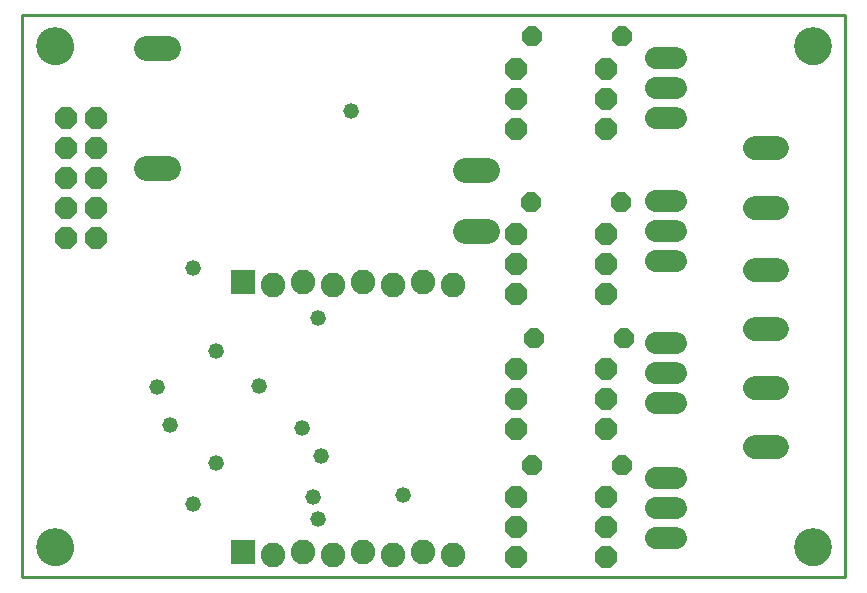
<source format=gbs>
G75*
%MOIN*%
%OFA0B0*%
%FSLAX25Y25*%
%IPPOS*%
%LPD*%
%AMOC8*
5,1,8,0,0,1.08239X$1,22.5*
%
%ADD10C,0.01000*%
%ADD11C,0.08100*%
%ADD12C,0.08200*%
%ADD13C,0.00000*%
%ADD14C,0.12611*%
%ADD15R,0.08200X0.08200*%
%ADD16C,0.08200*%
%ADD17OC8,0.06600*%
%ADD18C,0.07400*%
%ADD19OC8,0.07400*%
%ADD20OC8,0.07100*%
%ADD21C,0.05200*%
D10*
X0039800Y0028800D02*
X0039800Y0216261D01*
X0314001Y0216261D01*
X0314001Y0028800D01*
X0039800Y0028800D01*
D11*
X0284050Y0072272D02*
X0291350Y0072272D01*
X0291350Y0091957D02*
X0284050Y0091957D01*
X0284050Y0111643D02*
X0291350Y0111643D01*
X0291350Y0131328D02*
X0284050Y0131328D01*
X0284150Y0151800D02*
X0291450Y0151800D01*
X0291450Y0171800D02*
X0284150Y0171800D01*
D12*
X0194831Y0164457D02*
X0187431Y0164457D01*
X0187431Y0144379D02*
X0194831Y0144379D01*
X0088531Y0165245D02*
X0081131Y0165245D01*
X0081131Y0205087D02*
X0088531Y0205087D01*
D13*
X0044894Y0205800D02*
X0044896Y0205953D01*
X0044902Y0206107D01*
X0044912Y0206260D01*
X0044926Y0206412D01*
X0044944Y0206565D01*
X0044966Y0206716D01*
X0044991Y0206867D01*
X0045021Y0207018D01*
X0045055Y0207168D01*
X0045092Y0207316D01*
X0045133Y0207464D01*
X0045178Y0207610D01*
X0045227Y0207756D01*
X0045280Y0207900D01*
X0045336Y0208042D01*
X0045396Y0208183D01*
X0045460Y0208323D01*
X0045527Y0208461D01*
X0045598Y0208597D01*
X0045673Y0208731D01*
X0045750Y0208863D01*
X0045832Y0208993D01*
X0045916Y0209121D01*
X0046004Y0209247D01*
X0046095Y0209370D01*
X0046189Y0209491D01*
X0046287Y0209609D01*
X0046387Y0209725D01*
X0046491Y0209838D01*
X0046597Y0209949D01*
X0046706Y0210057D01*
X0046818Y0210162D01*
X0046932Y0210263D01*
X0047050Y0210362D01*
X0047169Y0210458D01*
X0047291Y0210551D01*
X0047416Y0210640D01*
X0047543Y0210727D01*
X0047672Y0210809D01*
X0047803Y0210889D01*
X0047936Y0210965D01*
X0048071Y0211038D01*
X0048208Y0211107D01*
X0048347Y0211172D01*
X0048487Y0211234D01*
X0048629Y0211292D01*
X0048772Y0211347D01*
X0048917Y0211398D01*
X0049063Y0211445D01*
X0049210Y0211488D01*
X0049358Y0211527D01*
X0049507Y0211563D01*
X0049657Y0211594D01*
X0049808Y0211622D01*
X0049959Y0211646D01*
X0050112Y0211666D01*
X0050264Y0211682D01*
X0050417Y0211694D01*
X0050570Y0211702D01*
X0050723Y0211706D01*
X0050877Y0211706D01*
X0051030Y0211702D01*
X0051183Y0211694D01*
X0051336Y0211682D01*
X0051488Y0211666D01*
X0051641Y0211646D01*
X0051792Y0211622D01*
X0051943Y0211594D01*
X0052093Y0211563D01*
X0052242Y0211527D01*
X0052390Y0211488D01*
X0052537Y0211445D01*
X0052683Y0211398D01*
X0052828Y0211347D01*
X0052971Y0211292D01*
X0053113Y0211234D01*
X0053253Y0211172D01*
X0053392Y0211107D01*
X0053529Y0211038D01*
X0053664Y0210965D01*
X0053797Y0210889D01*
X0053928Y0210809D01*
X0054057Y0210727D01*
X0054184Y0210640D01*
X0054309Y0210551D01*
X0054431Y0210458D01*
X0054550Y0210362D01*
X0054668Y0210263D01*
X0054782Y0210162D01*
X0054894Y0210057D01*
X0055003Y0209949D01*
X0055109Y0209838D01*
X0055213Y0209725D01*
X0055313Y0209609D01*
X0055411Y0209491D01*
X0055505Y0209370D01*
X0055596Y0209247D01*
X0055684Y0209121D01*
X0055768Y0208993D01*
X0055850Y0208863D01*
X0055927Y0208731D01*
X0056002Y0208597D01*
X0056073Y0208461D01*
X0056140Y0208323D01*
X0056204Y0208183D01*
X0056264Y0208042D01*
X0056320Y0207900D01*
X0056373Y0207756D01*
X0056422Y0207610D01*
X0056467Y0207464D01*
X0056508Y0207316D01*
X0056545Y0207168D01*
X0056579Y0207018D01*
X0056609Y0206867D01*
X0056634Y0206716D01*
X0056656Y0206565D01*
X0056674Y0206412D01*
X0056688Y0206260D01*
X0056698Y0206107D01*
X0056704Y0205953D01*
X0056706Y0205800D01*
X0056704Y0205647D01*
X0056698Y0205493D01*
X0056688Y0205340D01*
X0056674Y0205188D01*
X0056656Y0205035D01*
X0056634Y0204884D01*
X0056609Y0204733D01*
X0056579Y0204582D01*
X0056545Y0204432D01*
X0056508Y0204284D01*
X0056467Y0204136D01*
X0056422Y0203990D01*
X0056373Y0203844D01*
X0056320Y0203700D01*
X0056264Y0203558D01*
X0056204Y0203417D01*
X0056140Y0203277D01*
X0056073Y0203139D01*
X0056002Y0203003D01*
X0055927Y0202869D01*
X0055850Y0202737D01*
X0055768Y0202607D01*
X0055684Y0202479D01*
X0055596Y0202353D01*
X0055505Y0202230D01*
X0055411Y0202109D01*
X0055313Y0201991D01*
X0055213Y0201875D01*
X0055109Y0201762D01*
X0055003Y0201651D01*
X0054894Y0201543D01*
X0054782Y0201438D01*
X0054668Y0201337D01*
X0054550Y0201238D01*
X0054431Y0201142D01*
X0054309Y0201049D01*
X0054184Y0200960D01*
X0054057Y0200873D01*
X0053928Y0200791D01*
X0053797Y0200711D01*
X0053664Y0200635D01*
X0053529Y0200562D01*
X0053392Y0200493D01*
X0053253Y0200428D01*
X0053113Y0200366D01*
X0052971Y0200308D01*
X0052828Y0200253D01*
X0052683Y0200202D01*
X0052537Y0200155D01*
X0052390Y0200112D01*
X0052242Y0200073D01*
X0052093Y0200037D01*
X0051943Y0200006D01*
X0051792Y0199978D01*
X0051641Y0199954D01*
X0051488Y0199934D01*
X0051336Y0199918D01*
X0051183Y0199906D01*
X0051030Y0199898D01*
X0050877Y0199894D01*
X0050723Y0199894D01*
X0050570Y0199898D01*
X0050417Y0199906D01*
X0050264Y0199918D01*
X0050112Y0199934D01*
X0049959Y0199954D01*
X0049808Y0199978D01*
X0049657Y0200006D01*
X0049507Y0200037D01*
X0049358Y0200073D01*
X0049210Y0200112D01*
X0049063Y0200155D01*
X0048917Y0200202D01*
X0048772Y0200253D01*
X0048629Y0200308D01*
X0048487Y0200366D01*
X0048347Y0200428D01*
X0048208Y0200493D01*
X0048071Y0200562D01*
X0047936Y0200635D01*
X0047803Y0200711D01*
X0047672Y0200791D01*
X0047543Y0200873D01*
X0047416Y0200960D01*
X0047291Y0201049D01*
X0047169Y0201142D01*
X0047050Y0201238D01*
X0046932Y0201337D01*
X0046818Y0201438D01*
X0046706Y0201543D01*
X0046597Y0201651D01*
X0046491Y0201762D01*
X0046387Y0201875D01*
X0046287Y0201991D01*
X0046189Y0202109D01*
X0046095Y0202230D01*
X0046004Y0202353D01*
X0045916Y0202479D01*
X0045832Y0202607D01*
X0045750Y0202737D01*
X0045673Y0202869D01*
X0045598Y0203003D01*
X0045527Y0203139D01*
X0045460Y0203277D01*
X0045396Y0203417D01*
X0045336Y0203558D01*
X0045280Y0203700D01*
X0045227Y0203844D01*
X0045178Y0203990D01*
X0045133Y0204136D01*
X0045092Y0204284D01*
X0045055Y0204432D01*
X0045021Y0204582D01*
X0044991Y0204733D01*
X0044966Y0204884D01*
X0044944Y0205035D01*
X0044926Y0205188D01*
X0044912Y0205340D01*
X0044902Y0205493D01*
X0044896Y0205647D01*
X0044894Y0205800D01*
X0297394Y0205800D02*
X0297396Y0205953D01*
X0297402Y0206107D01*
X0297412Y0206260D01*
X0297426Y0206412D01*
X0297444Y0206565D01*
X0297466Y0206716D01*
X0297491Y0206867D01*
X0297521Y0207018D01*
X0297555Y0207168D01*
X0297592Y0207316D01*
X0297633Y0207464D01*
X0297678Y0207610D01*
X0297727Y0207756D01*
X0297780Y0207900D01*
X0297836Y0208042D01*
X0297896Y0208183D01*
X0297960Y0208323D01*
X0298027Y0208461D01*
X0298098Y0208597D01*
X0298173Y0208731D01*
X0298250Y0208863D01*
X0298332Y0208993D01*
X0298416Y0209121D01*
X0298504Y0209247D01*
X0298595Y0209370D01*
X0298689Y0209491D01*
X0298787Y0209609D01*
X0298887Y0209725D01*
X0298991Y0209838D01*
X0299097Y0209949D01*
X0299206Y0210057D01*
X0299318Y0210162D01*
X0299432Y0210263D01*
X0299550Y0210362D01*
X0299669Y0210458D01*
X0299791Y0210551D01*
X0299916Y0210640D01*
X0300043Y0210727D01*
X0300172Y0210809D01*
X0300303Y0210889D01*
X0300436Y0210965D01*
X0300571Y0211038D01*
X0300708Y0211107D01*
X0300847Y0211172D01*
X0300987Y0211234D01*
X0301129Y0211292D01*
X0301272Y0211347D01*
X0301417Y0211398D01*
X0301563Y0211445D01*
X0301710Y0211488D01*
X0301858Y0211527D01*
X0302007Y0211563D01*
X0302157Y0211594D01*
X0302308Y0211622D01*
X0302459Y0211646D01*
X0302612Y0211666D01*
X0302764Y0211682D01*
X0302917Y0211694D01*
X0303070Y0211702D01*
X0303223Y0211706D01*
X0303377Y0211706D01*
X0303530Y0211702D01*
X0303683Y0211694D01*
X0303836Y0211682D01*
X0303988Y0211666D01*
X0304141Y0211646D01*
X0304292Y0211622D01*
X0304443Y0211594D01*
X0304593Y0211563D01*
X0304742Y0211527D01*
X0304890Y0211488D01*
X0305037Y0211445D01*
X0305183Y0211398D01*
X0305328Y0211347D01*
X0305471Y0211292D01*
X0305613Y0211234D01*
X0305753Y0211172D01*
X0305892Y0211107D01*
X0306029Y0211038D01*
X0306164Y0210965D01*
X0306297Y0210889D01*
X0306428Y0210809D01*
X0306557Y0210727D01*
X0306684Y0210640D01*
X0306809Y0210551D01*
X0306931Y0210458D01*
X0307050Y0210362D01*
X0307168Y0210263D01*
X0307282Y0210162D01*
X0307394Y0210057D01*
X0307503Y0209949D01*
X0307609Y0209838D01*
X0307713Y0209725D01*
X0307813Y0209609D01*
X0307911Y0209491D01*
X0308005Y0209370D01*
X0308096Y0209247D01*
X0308184Y0209121D01*
X0308268Y0208993D01*
X0308350Y0208863D01*
X0308427Y0208731D01*
X0308502Y0208597D01*
X0308573Y0208461D01*
X0308640Y0208323D01*
X0308704Y0208183D01*
X0308764Y0208042D01*
X0308820Y0207900D01*
X0308873Y0207756D01*
X0308922Y0207610D01*
X0308967Y0207464D01*
X0309008Y0207316D01*
X0309045Y0207168D01*
X0309079Y0207018D01*
X0309109Y0206867D01*
X0309134Y0206716D01*
X0309156Y0206565D01*
X0309174Y0206412D01*
X0309188Y0206260D01*
X0309198Y0206107D01*
X0309204Y0205953D01*
X0309206Y0205800D01*
X0309204Y0205647D01*
X0309198Y0205493D01*
X0309188Y0205340D01*
X0309174Y0205188D01*
X0309156Y0205035D01*
X0309134Y0204884D01*
X0309109Y0204733D01*
X0309079Y0204582D01*
X0309045Y0204432D01*
X0309008Y0204284D01*
X0308967Y0204136D01*
X0308922Y0203990D01*
X0308873Y0203844D01*
X0308820Y0203700D01*
X0308764Y0203558D01*
X0308704Y0203417D01*
X0308640Y0203277D01*
X0308573Y0203139D01*
X0308502Y0203003D01*
X0308427Y0202869D01*
X0308350Y0202737D01*
X0308268Y0202607D01*
X0308184Y0202479D01*
X0308096Y0202353D01*
X0308005Y0202230D01*
X0307911Y0202109D01*
X0307813Y0201991D01*
X0307713Y0201875D01*
X0307609Y0201762D01*
X0307503Y0201651D01*
X0307394Y0201543D01*
X0307282Y0201438D01*
X0307168Y0201337D01*
X0307050Y0201238D01*
X0306931Y0201142D01*
X0306809Y0201049D01*
X0306684Y0200960D01*
X0306557Y0200873D01*
X0306428Y0200791D01*
X0306297Y0200711D01*
X0306164Y0200635D01*
X0306029Y0200562D01*
X0305892Y0200493D01*
X0305753Y0200428D01*
X0305613Y0200366D01*
X0305471Y0200308D01*
X0305328Y0200253D01*
X0305183Y0200202D01*
X0305037Y0200155D01*
X0304890Y0200112D01*
X0304742Y0200073D01*
X0304593Y0200037D01*
X0304443Y0200006D01*
X0304292Y0199978D01*
X0304141Y0199954D01*
X0303988Y0199934D01*
X0303836Y0199918D01*
X0303683Y0199906D01*
X0303530Y0199898D01*
X0303377Y0199894D01*
X0303223Y0199894D01*
X0303070Y0199898D01*
X0302917Y0199906D01*
X0302764Y0199918D01*
X0302612Y0199934D01*
X0302459Y0199954D01*
X0302308Y0199978D01*
X0302157Y0200006D01*
X0302007Y0200037D01*
X0301858Y0200073D01*
X0301710Y0200112D01*
X0301563Y0200155D01*
X0301417Y0200202D01*
X0301272Y0200253D01*
X0301129Y0200308D01*
X0300987Y0200366D01*
X0300847Y0200428D01*
X0300708Y0200493D01*
X0300571Y0200562D01*
X0300436Y0200635D01*
X0300303Y0200711D01*
X0300172Y0200791D01*
X0300043Y0200873D01*
X0299916Y0200960D01*
X0299791Y0201049D01*
X0299669Y0201142D01*
X0299550Y0201238D01*
X0299432Y0201337D01*
X0299318Y0201438D01*
X0299206Y0201543D01*
X0299097Y0201651D01*
X0298991Y0201762D01*
X0298887Y0201875D01*
X0298787Y0201991D01*
X0298689Y0202109D01*
X0298595Y0202230D01*
X0298504Y0202353D01*
X0298416Y0202479D01*
X0298332Y0202607D01*
X0298250Y0202737D01*
X0298173Y0202869D01*
X0298098Y0203003D01*
X0298027Y0203139D01*
X0297960Y0203277D01*
X0297896Y0203417D01*
X0297836Y0203558D01*
X0297780Y0203700D01*
X0297727Y0203844D01*
X0297678Y0203990D01*
X0297633Y0204136D01*
X0297592Y0204284D01*
X0297555Y0204432D01*
X0297521Y0204582D01*
X0297491Y0204733D01*
X0297466Y0204884D01*
X0297444Y0205035D01*
X0297426Y0205188D01*
X0297412Y0205340D01*
X0297402Y0205493D01*
X0297396Y0205647D01*
X0297394Y0205800D01*
X0297394Y0038800D02*
X0297396Y0038953D01*
X0297402Y0039107D01*
X0297412Y0039260D01*
X0297426Y0039412D01*
X0297444Y0039565D01*
X0297466Y0039716D01*
X0297491Y0039867D01*
X0297521Y0040018D01*
X0297555Y0040168D01*
X0297592Y0040316D01*
X0297633Y0040464D01*
X0297678Y0040610D01*
X0297727Y0040756D01*
X0297780Y0040900D01*
X0297836Y0041042D01*
X0297896Y0041183D01*
X0297960Y0041323D01*
X0298027Y0041461D01*
X0298098Y0041597D01*
X0298173Y0041731D01*
X0298250Y0041863D01*
X0298332Y0041993D01*
X0298416Y0042121D01*
X0298504Y0042247D01*
X0298595Y0042370D01*
X0298689Y0042491D01*
X0298787Y0042609D01*
X0298887Y0042725D01*
X0298991Y0042838D01*
X0299097Y0042949D01*
X0299206Y0043057D01*
X0299318Y0043162D01*
X0299432Y0043263D01*
X0299550Y0043362D01*
X0299669Y0043458D01*
X0299791Y0043551D01*
X0299916Y0043640D01*
X0300043Y0043727D01*
X0300172Y0043809D01*
X0300303Y0043889D01*
X0300436Y0043965D01*
X0300571Y0044038D01*
X0300708Y0044107D01*
X0300847Y0044172D01*
X0300987Y0044234D01*
X0301129Y0044292D01*
X0301272Y0044347D01*
X0301417Y0044398D01*
X0301563Y0044445D01*
X0301710Y0044488D01*
X0301858Y0044527D01*
X0302007Y0044563D01*
X0302157Y0044594D01*
X0302308Y0044622D01*
X0302459Y0044646D01*
X0302612Y0044666D01*
X0302764Y0044682D01*
X0302917Y0044694D01*
X0303070Y0044702D01*
X0303223Y0044706D01*
X0303377Y0044706D01*
X0303530Y0044702D01*
X0303683Y0044694D01*
X0303836Y0044682D01*
X0303988Y0044666D01*
X0304141Y0044646D01*
X0304292Y0044622D01*
X0304443Y0044594D01*
X0304593Y0044563D01*
X0304742Y0044527D01*
X0304890Y0044488D01*
X0305037Y0044445D01*
X0305183Y0044398D01*
X0305328Y0044347D01*
X0305471Y0044292D01*
X0305613Y0044234D01*
X0305753Y0044172D01*
X0305892Y0044107D01*
X0306029Y0044038D01*
X0306164Y0043965D01*
X0306297Y0043889D01*
X0306428Y0043809D01*
X0306557Y0043727D01*
X0306684Y0043640D01*
X0306809Y0043551D01*
X0306931Y0043458D01*
X0307050Y0043362D01*
X0307168Y0043263D01*
X0307282Y0043162D01*
X0307394Y0043057D01*
X0307503Y0042949D01*
X0307609Y0042838D01*
X0307713Y0042725D01*
X0307813Y0042609D01*
X0307911Y0042491D01*
X0308005Y0042370D01*
X0308096Y0042247D01*
X0308184Y0042121D01*
X0308268Y0041993D01*
X0308350Y0041863D01*
X0308427Y0041731D01*
X0308502Y0041597D01*
X0308573Y0041461D01*
X0308640Y0041323D01*
X0308704Y0041183D01*
X0308764Y0041042D01*
X0308820Y0040900D01*
X0308873Y0040756D01*
X0308922Y0040610D01*
X0308967Y0040464D01*
X0309008Y0040316D01*
X0309045Y0040168D01*
X0309079Y0040018D01*
X0309109Y0039867D01*
X0309134Y0039716D01*
X0309156Y0039565D01*
X0309174Y0039412D01*
X0309188Y0039260D01*
X0309198Y0039107D01*
X0309204Y0038953D01*
X0309206Y0038800D01*
X0309204Y0038647D01*
X0309198Y0038493D01*
X0309188Y0038340D01*
X0309174Y0038188D01*
X0309156Y0038035D01*
X0309134Y0037884D01*
X0309109Y0037733D01*
X0309079Y0037582D01*
X0309045Y0037432D01*
X0309008Y0037284D01*
X0308967Y0037136D01*
X0308922Y0036990D01*
X0308873Y0036844D01*
X0308820Y0036700D01*
X0308764Y0036558D01*
X0308704Y0036417D01*
X0308640Y0036277D01*
X0308573Y0036139D01*
X0308502Y0036003D01*
X0308427Y0035869D01*
X0308350Y0035737D01*
X0308268Y0035607D01*
X0308184Y0035479D01*
X0308096Y0035353D01*
X0308005Y0035230D01*
X0307911Y0035109D01*
X0307813Y0034991D01*
X0307713Y0034875D01*
X0307609Y0034762D01*
X0307503Y0034651D01*
X0307394Y0034543D01*
X0307282Y0034438D01*
X0307168Y0034337D01*
X0307050Y0034238D01*
X0306931Y0034142D01*
X0306809Y0034049D01*
X0306684Y0033960D01*
X0306557Y0033873D01*
X0306428Y0033791D01*
X0306297Y0033711D01*
X0306164Y0033635D01*
X0306029Y0033562D01*
X0305892Y0033493D01*
X0305753Y0033428D01*
X0305613Y0033366D01*
X0305471Y0033308D01*
X0305328Y0033253D01*
X0305183Y0033202D01*
X0305037Y0033155D01*
X0304890Y0033112D01*
X0304742Y0033073D01*
X0304593Y0033037D01*
X0304443Y0033006D01*
X0304292Y0032978D01*
X0304141Y0032954D01*
X0303988Y0032934D01*
X0303836Y0032918D01*
X0303683Y0032906D01*
X0303530Y0032898D01*
X0303377Y0032894D01*
X0303223Y0032894D01*
X0303070Y0032898D01*
X0302917Y0032906D01*
X0302764Y0032918D01*
X0302612Y0032934D01*
X0302459Y0032954D01*
X0302308Y0032978D01*
X0302157Y0033006D01*
X0302007Y0033037D01*
X0301858Y0033073D01*
X0301710Y0033112D01*
X0301563Y0033155D01*
X0301417Y0033202D01*
X0301272Y0033253D01*
X0301129Y0033308D01*
X0300987Y0033366D01*
X0300847Y0033428D01*
X0300708Y0033493D01*
X0300571Y0033562D01*
X0300436Y0033635D01*
X0300303Y0033711D01*
X0300172Y0033791D01*
X0300043Y0033873D01*
X0299916Y0033960D01*
X0299791Y0034049D01*
X0299669Y0034142D01*
X0299550Y0034238D01*
X0299432Y0034337D01*
X0299318Y0034438D01*
X0299206Y0034543D01*
X0299097Y0034651D01*
X0298991Y0034762D01*
X0298887Y0034875D01*
X0298787Y0034991D01*
X0298689Y0035109D01*
X0298595Y0035230D01*
X0298504Y0035353D01*
X0298416Y0035479D01*
X0298332Y0035607D01*
X0298250Y0035737D01*
X0298173Y0035869D01*
X0298098Y0036003D01*
X0298027Y0036139D01*
X0297960Y0036277D01*
X0297896Y0036417D01*
X0297836Y0036558D01*
X0297780Y0036700D01*
X0297727Y0036844D01*
X0297678Y0036990D01*
X0297633Y0037136D01*
X0297592Y0037284D01*
X0297555Y0037432D01*
X0297521Y0037582D01*
X0297491Y0037733D01*
X0297466Y0037884D01*
X0297444Y0038035D01*
X0297426Y0038188D01*
X0297412Y0038340D01*
X0297402Y0038493D01*
X0297396Y0038647D01*
X0297394Y0038800D01*
X0044894Y0038800D02*
X0044896Y0038953D01*
X0044902Y0039107D01*
X0044912Y0039260D01*
X0044926Y0039412D01*
X0044944Y0039565D01*
X0044966Y0039716D01*
X0044991Y0039867D01*
X0045021Y0040018D01*
X0045055Y0040168D01*
X0045092Y0040316D01*
X0045133Y0040464D01*
X0045178Y0040610D01*
X0045227Y0040756D01*
X0045280Y0040900D01*
X0045336Y0041042D01*
X0045396Y0041183D01*
X0045460Y0041323D01*
X0045527Y0041461D01*
X0045598Y0041597D01*
X0045673Y0041731D01*
X0045750Y0041863D01*
X0045832Y0041993D01*
X0045916Y0042121D01*
X0046004Y0042247D01*
X0046095Y0042370D01*
X0046189Y0042491D01*
X0046287Y0042609D01*
X0046387Y0042725D01*
X0046491Y0042838D01*
X0046597Y0042949D01*
X0046706Y0043057D01*
X0046818Y0043162D01*
X0046932Y0043263D01*
X0047050Y0043362D01*
X0047169Y0043458D01*
X0047291Y0043551D01*
X0047416Y0043640D01*
X0047543Y0043727D01*
X0047672Y0043809D01*
X0047803Y0043889D01*
X0047936Y0043965D01*
X0048071Y0044038D01*
X0048208Y0044107D01*
X0048347Y0044172D01*
X0048487Y0044234D01*
X0048629Y0044292D01*
X0048772Y0044347D01*
X0048917Y0044398D01*
X0049063Y0044445D01*
X0049210Y0044488D01*
X0049358Y0044527D01*
X0049507Y0044563D01*
X0049657Y0044594D01*
X0049808Y0044622D01*
X0049959Y0044646D01*
X0050112Y0044666D01*
X0050264Y0044682D01*
X0050417Y0044694D01*
X0050570Y0044702D01*
X0050723Y0044706D01*
X0050877Y0044706D01*
X0051030Y0044702D01*
X0051183Y0044694D01*
X0051336Y0044682D01*
X0051488Y0044666D01*
X0051641Y0044646D01*
X0051792Y0044622D01*
X0051943Y0044594D01*
X0052093Y0044563D01*
X0052242Y0044527D01*
X0052390Y0044488D01*
X0052537Y0044445D01*
X0052683Y0044398D01*
X0052828Y0044347D01*
X0052971Y0044292D01*
X0053113Y0044234D01*
X0053253Y0044172D01*
X0053392Y0044107D01*
X0053529Y0044038D01*
X0053664Y0043965D01*
X0053797Y0043889D01*
X0053928Y0043809D01*
X0054057Y0043727D01*
X0054184Y0043640D01*
X0054309Y0043551D01*
X0054431Y0043458D01*
X0054550Y0043362D01*
X0054668Y0043263D01*
X0054782Y0043162D01*
X0054894Y0043057D01*
X0055003Y0042949D01*
X0055109Y0042838D01*
X0055213Y0042725D01*
X0055313Y0042609D01*
X0055411Y0042491D01*
X0055505Y0042370D01*
X0055596Y0042247D01*
X0055684Y0042121D01*
X0055768Y0041993D01*
X0055850Y0041863D01*
X0055927Y0041731D01*
X0056002Y0041597D01*
X0056073Y0041461D01*
X0056140Y0041323D01*
X0056204Y0041183D01*
X0056264Y0041042D01*
X0056320Y0040900D01*
X0056373Y0040756D01*
X0056422Y0040610D01*
X0056467Y0040464D01*
X0056508Y0040316D01*
X0056545Y0040168D01*
X0056579Y0040018D01*
X0056609Y0039867D01*
X0056634Y0039716D01*
X0056656Y0039565D01*
X0056674Y0039412D01*
X0056688Y0039260D01*
X0056698Y0039107D01*
X0056704Y0038953D01*
X0056706Y0038800D01*
X0056704Y0038647D01*
X0056698Y0038493D01*
X0056688Y0038340D01*
X0056674Y0038188D01*
X0056656Y0038035D01*
X0056634Y0037884D01*
X0056609Y0037733D01*
X0056579Y0037582D01*
X0056545Y0037432D01*
X0056508Y0037284D01*
X0056467Y0037136D01*
X0056422Y0036990D01*
X0056373Y0036844D01*
X0056320Y0036700D01*
X0056264Y0036558D01*
X0056204Y0036417D01*
X0056140Y0036277D01*
X0056073Y0036139D01*
X0056002Y0036003D01*
X0055927Y0035869D01*
X0055850Y0035737D01*
X0055768Y0035607D01*
X0055684Y0035479D01*
X0055596Y0035353D01*
X0055505Y0035230D01*
X0055411Y0035109D01*
X0055313Y0034991D01*
X0055213Y0034875D01*
X0055109Y0034762D01*
X0055003Y0034651D01*
X0054894Y0034543D01*
X0054782Y0034438D01*
X0054668Y0034337D01*
X0054550Y0034238D01*
X0054431Y0034142D01*
X0054309Y0034049D01*
X0054184Y0033960D01*
X0054057Y0033873D01*
X0053928Y0033791D01*
X0053797Y0033711D01*
X0053664Y0033635D01*
X0053529Y0033562D01*
X0053392Y0033493D01*
X0053253Y0033428D01*
X0053113Y0033366D01*
X0052971Y0033308D01*
X0052828Y0033253D01*
X0052683Y0033202D01*
X0052537Y0033155D01*
X0052390Y0033112D01*
X0052242Y0033073D01*
X0052093Y0033037D01*
X0051943Y0033006D01*
X0051792Y0032978D01*
X0051641Y0032954D01*
X0051488Y0032934D01*
X0051336Y0032918D01*
X0051183Y0032906D01*
X0051030Y0032898D01*
X0050877Y0032894D01*
X0050723Y0032894D01*
X0050570Y0032898D01*
X0050417Y0032906D01*
X0050264Y0032918D01*
X0050112Y0032934D01*
X0049959Y0032954D01*
X0049808Y0032978D01*
X0049657Y0033006D01*
X0049507Y0033037D01*
X0049358Y0033073D01*
X0049210Y0033112D01*
X0049063Y0033155D01*
X0048917Y0033202D01*
X0048772Y0033253D01*
X0048629Y0033308D01*
X0048487Y0033366D01*
X0048347Y0033428D01*
X0048208Y0033493D01*
X0048071Y0033562D01*
X0047936Y0033635D01*
X0047803Y0033711D01*
X0047672Y0033791D01*
X0047543Y0033873D01*
X0047416Y0033960D01*
X0047291Y0034049D01*
X0047169Y0034142D01*
X0047050Y0034238D01*
X0046932Y0034337D01*
X0046818Y0034438D01*
X0046706Y0034543D01*
X0046597Y0034651D01*
X0046491Y0034762D01*
X0046387Y0034875D01*
X0046287Y0034991D01*
X0046189Y0035109D01*
X0046095Y0035230D01*
X0046004Y0035353D01*
X0045916Y0035479D01*
X0045832Y0035607D01*
X0045750Y0035737D01*
X0045673Y0035869D01*
X0045598Y0036003D01*
X0045527Y0036139D01*
X0045460Y0036277D01*
X0045396Y0036417D01*
X0045336Y0036558D01*
X0045280Y0036700D01*
X0045227Y0036844D01*
X0045178Y0036990D01*
X0045133Y0037136D01*
X0045092Y0037284D01*
X0045055Y0037432D01*
X0045021Y0037582D01*
X0044991Y0037733D01*
X0044966Y0037884D01*
X0044944Y0038035D01*
X0044926Y0038188D01*
X0044912Y0038340D01*
X0044902Y0038493D01*
X0044896Y0038647D01*
X0044894Y0038800D01*
D14*
X0050800Y0038800D03*
X0303300Y0038800D03*
X0303300Y0205800D03*
X0050800Y0205800D03*
D15*
X0113300Y0127300D03*
X0113300Y0037300D03*
D16*
X0123300Y0036300D03*
X0133300Y0037300D03*
X0143300Y0036300D03*
X0153300Y0037300D03*
X0163300Y0036300D03*
X0173300Y0037300D03*
X0183300Y0036300D03*
X0183300Y0126300D03*
X0173300Y0127300D03*
X0163300Y0126300D03*
X0153300Y0127300D03*
X0143300Y0126300D03*
X0133300Y0127300D03*
X0123300Y0126300D03*
D17*
X0210300Y0108700D03*
X0240300Y0108700D03*
X0239600Y0066300D03*
X0209600Y0066300D03*
X0209300Y0153900D03*
X0239300Y0153900D03*
X0239900Y0209100D03*
X0209900Y0209100D03*
D18*
X0251000Y0201800D02*
X0257600Y0201800D01*
X0257600Y0191800D02*
X0251000Y0191800D01*
X0251000Y0181800D02*
X0257600Y0181800D01*
X0257600Y0154300D02*
X0251000Y0154300D01*
X0251000Y0144300D02*
X0257600Y0144300D01*
X0257600Y0134300D02*
X0251000Y0134300D01*
X0251000Y0106800D02*
X0257600Y0106800D01*
X0257600Y0096800D02*
X0251000Y0096800D01*
X0251000Y0086800D02*
X0257600Y0086800D01*
X0257600Y0061800D02*
X0251000Y0061800D01*
X0251000Y0051800D02*
X0257600Y0051800D01*
X0257600Y0041800D02*
X0251000Y0041800D01*
D19*
X0064300Y0141800D03*
X0054300Y0141800D03*
X0054300Y0151800D03*
X0064300Y0151800D03*
X0064300Y0161800D03*
X0054300Y0161800D03*
X0054300Y0171800D03*
X0064300Y0171800D03*
X0064300Y0181800D03*
X0054300Y0181800D03*
D20*
X0204300Y0178119D03*
X0204300Y0188119D03*
X0204300Y0198119D03*
X0234300Y0198119D03*
X0234300Y0188119D03*
X0234300Y0178119D03*
X0234300Y0143119D03*
X0234300Y0133119D03*
X0234300Y0123119D03*
X0204300Y0123119D03*
X0204300Y0133119D03*
X0204300Y0143119D03*
X0204300Y0098119D03*
X0204300Y0088119D03*
X0204300Y0078119D03*
X0234300Y0078119D03*
X0234300Y0088119D03*
X0234300Y0098119D03*
X0234300Y0055619D03*
X0234300Y0045619D03*
X0234300Y0035619D03*
X0204300Y0035619D03*
X0204300Y0045619D03*
X0204300Y0055619D03*
D21*
X0166800Y0056175D03*
X0139300Y0069300D03*
X0133050Y0078675D03*
X0118675Y0092425D03*
X0104300Y0104300D03*
X0084600Y0092400D03*
X0088925Y0079600D03*
X0104300Y0066800D03*
X0096800Y0053300D03*
X0136800Y0055550D03*
X0138275Y0048275D03*
X0138500Y0115225D03*
X0096800Y0131800D03*
X0149300Y0184300D03*
M02*

</source>
